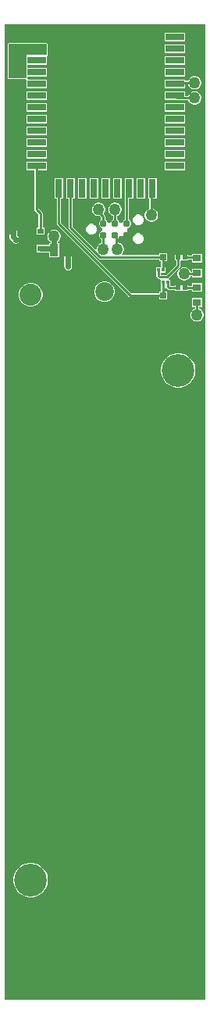
<source format=gtl>
G04*
G04 #@! TF.GenerationSoftware,Altium Limited,Altium Designer,24.5.2 (23)*
G04*
G04 Layer_Physical_Order=1*
G04 Layer_Color=255*
%FSLAX44Y44*%
%MOMM*%
G71*
G04*
G04 #@! TF.SameCoordinates,2FE71BF4-1BC5-4688-A169-50693282DBDC*
G04*
G04*
G04 #@! TF.FilePolarity,Positive*
G04*
G01*
G75*
%ADD12C,0.2540*%
%ADD17R,2.0000X0.8000*%
%ADD18R,0.8000X2.0000*%
%ADD19R,0.6500X0.7000*%
%ADD20R,0.3000X0.4500*%
%ADD21R,0.5153X0.4725*%
%ADD22R,0.9500X0.7700*%
%ADD23R,0.9500X1.3500*%
%ADD24R,0.7500X0.6000*%
%ADD25R,0.9000X0.7500*%
%ADD26R,0.3000X0.2700*%
%ADD35R,2.0200X2.0200*%
%ADD36C,2.0200*%
%ADD37C,3.5500*%
%ADD38C,2.3900*%
%ADD40C,0.7874*%
%ADD41C,0.6096*%
%ADD42C,0.1000*%
%ADD43C,0.4500*%
%ADD44C,1.2700*%
G36*
X473660Y256590D02*
X256590D01*
Y1313180D01*
X473660D01*
Y256590D01*
D02*
G37*
%LPC*%
G36*
X451719Y1304099D02*
X429941D01*
Y1294321D01*
X451719D01*
Y1304099D01*
D02*
G37*
G36*
Y1291399D02*
X429941D01*
Y1281621D01*
X451719D01*
Y1291399D01*
D02*
G37*
G36*
Y1278699D02*
X429941D01*
Y1268921D01*
X451719D01*
Y1278699D01*
D02*
G37*
G36*
Y1265999D02*
X429941D01*
Y1256221D01*
X451719D01*
Y1265999D01*
D02*
G37*
G36*
X463233Y1256919D02*
X461327D01*
X459486Y1256426D01*
X457835Y1255473D01*
X456487Y1254125D01*
X455534Y1252474D01*
X455376Y1251881D01*
X451719D01*
Y1253299D01*
X429941D01*
Y1243521D01*
X451719D01*
Y1247479D01*
X455376D01*
X455534Y1246886D01*
X456487Y1245235D01*
X457835Y1243887D01*
X459486Y1242934D01*
X461327Y1242441D01*
X463233D01*
X465074Y1242934D01*
X466725Y1243887D01*
X468073Y1245235D01*
X469026Y1246886D01*
X469519Y1248727D01*
Y1250633D01*
X469026Y1252474D01*
X468073Y1254125D01*
X466725Y1255473D01*
X465074Y1256426D01*
X463233Y1256919D01*
D02*
G37*
G36*
X302260Y1292552D02*
X260350D01*
X259670Y1292270D01*
X259388Y1291590D01*
Y1254760D01*
X259670Y1254080D01*
X260350Y1253798D01*
X278878D01*
X279941Y1253299D01*
X279941Y1252528D01*
Y1243521D01*
X301719D01*
Y1253299D01*
X281500D01*
X280824Y1254569D01*
X280903Y1254760D01*
Y1256221D01*
X301719D01*
Y1265999D01*
X280903D01*
Y1268921D01*
X301719D01*
Y1278699D01*
X302706Y1279382D01*
X302940Y1279480D01*
X303222Y1280160D01*
Y1291590D01*
X302940Y1292270D01*
X302260Y1292552D01*
D02*
G37*
G36*
X301719Y1240599D02*
X279941D01*
Y1230821D01*
X301719D01*
Y1240599D01*
D02*
G37*
G36*
X451719D02*
X429941D01*
Y1230821D01*
X451719D01*
Y1230969D01*
X455376D01*
X455534Y1230376D01*
X456487Y1228725D01*
X457835Y1227377D01*
X459486Y1226424D01*
X461327Y1225931D01*
X463233D01*
X465074Y1226424D01*
X466725Y1227377D01*
X468073Y1228725D01*
X469026Y1230376D01*
X469519Y1232217D01*
Y1234123D01*
X469026Y1235964D01*
X468073Y1237615D01*
X466725Y1238963D01*
X465074Y1239916D01*
X463233Y1240409D01*
X461327D01*
X459486Y1239916D01*
X457835Y1238963D01*
X456487Y1237615D01*
X455534Y1235964D01*
X455376Y1235371D01*
X451719D01*
Y1240599D01*
D02*
G37*
G36*
Y1227899D02*
X429941D01*
Y1218121D01*
X451719D01*
Y1227899D01*
D02*
G37*
G36*
X301719D02*
X279941D01*
Y1218121D01*
X301719D01*
Y1227899D01*
D02*
G37*
G36*
X451719Y1215199D02*
X429941D01*
Y1205421D01*
X451719D01*
Y1215199D01*
D02*
G37*
G36*
X301719D02*
X279941D01*
Y1205421D01*
X301719D01*
Y1215199D01*
D02*
G37*
G36*
X451719Y1202499D02*
X429941D01*
Y1192721D01*
X451719D01*
Y1202499D01*
D02*
G37*
G36*
X301719D02*
X279941D01*
Y1192721D01*
X301719D01*
Y1202499D01*
D02*
G37*
G36*
X451719Y1189799D02*
X429941D01*
Y1180021D01*
X451719D01*
Y1189799D01*
D02*
G37*
G36*
X301719D02*
X279941D01*
Y1180021D01*
X301719D01*
Y1189799D01*
D02*
G37*
G36*
X451719Y1177099D02*
X429941D01*
Y1167321D01*
X451719D01*
Y1177099D01*
D02*
G37*
G36*
X301719D02*
X279941D01*
Y1167321D01*
X301719D01*
Y1177099D01*
D02*
G37*
G36*
X451719Y1164399D02*
X429941D01*
Y1154621D01*
X451719D01*
Y1164399D01*
D02*
G37*
G36*
X408819Y1145999D02*
X399041D01*
Y1124221D01*
X408819D01*
Y1145999D01*
D02*
G37*
G36*
X383419D02*
X373641D01*
Y1124221D01*
X383419D01*
Y1145999D01*
D02*
G37*
G36*
X370719D02*
X360941D01*
Y1124221D01*
X370719D01*
Y1145999D01*
D02*
G37*
G36*
X358019D02*
X348241D01*
Y1124221D01*
X358019D01*
Y1145999D01*
D02*
G37*
G36*
X345319D02*
X335541D01*
Y1124221D01*
X345319D01*
Y1145999D01*
D02*
G37*
G36*
X421519D02*
X411741D01*
Y1124221D01*
X413089D01*
Y1113074D01*
X412496Y1112916D01*
X410845Y1111963D01*
X409497Y1110615D01*
X408544Y1108964D01*
X408051Y1107123D01*
Y1105217D01*
X408544Y1103376D01*
X409497Y1101725D01*
X410845Y1100377D01*
X412496Y1099424D01*
X414337Y1098931D01*
X416243D01*
X418084Y1099424D01*
X419735Y1100377D01*
X421083Y1101725D01*
X422036Y1103376D01*
X422529Y1105217D01*
Y1107123D01*
X422036Y1108964D01*
X421083Y1110615D01*
X419735Y1111963D01*
X418084Y1112916D01*
X417491Y1113074D01*
Y1124221D01*
X421519D01*
Y1145999D01*
D02*
G37*
G36*
X396119D02*
X386341D01*
Y1124221D01*
X386419D01*
Y1101592D01*
X385886Y1101371D01*
X384529Y1100014D01*
X383795Y1098242D01*
X380745D01*
X380011Y1100014D01*
X378654Y1101371D01*
X378121Y1101592D01*
Y1105615D01*
X378714Y1105774D01*
X380365Y1106727D01*
X381713Y1108075D01*
X382666Y1109726D01*
X383159Y1111567D01*
Y1113473D01*
X382666Y1115314D01*
X381713Y1116965D01*
X380365Y1118313D01*
X378714Y1119266D01*
X376873Y1119759D01*
X374967D01*
X373126Y1119266D01*
X371475Y1118313D01*
X370127Y1116965D01*
X369174Y1115314D01*
X368681Y1113473D01*
Y1111567D01*
X369174Y1109726D01*
X370127Y1108075D01*
X371475Y1106727D01*
X373126Y1105774D01*
X373719Y1105615D01*
Y1101592D01*
X373186Y1101371D01*
X371829Y1100014D01*
X371095Y1098242D01*
X368045D01*
X367311Y1100014D01*
X365954Y1101371D01*
X365085Y1101731D01*
Y1105027D01*
X364917Y1105869D01*
X364440Y1106583D01*
X363441Y1107583D01*
X363933Y1108075D01*
X364886Y1109726D01*
X365379Y1111567D01*
Y1113473D01*
X364886Y1115314D01*
X363933Y1116965D01*
X362585Y1118313D01*
X360934Y1119266D01*
X359093Y1119759D01*
X357187D01*
X355346Y1119266D01*
X353695Y1118313D01*
X352347Y1116965D01*
X351394Y1115314D01*
X350901Y1113473D01*
Y1111567D01*
X351394Y1109726D01*
X352347Y1108075D01*
X353695Y1106727D01*
X355346Y1105774D01*
X357187Y1105281D01*
X359093D01*
X359427Y1105370D01*
X360682Y1104115D01*
Y1101452D01*
X360486Y1101371D01*
X359129Y1100014D01*
X358394Y1098240D01*
Y1096320D01*
X359129Y1094546D01*
X360486Y1093189D01*
X362258Y1092455D01*
Y1089405D01*
X360486Y1088671D01*
X359129Y1087314D01*
X358394Y1085540D01*
Y1083620D01*
X359129Y1081846D01*
X360486Y1080489D01*
X361019Y1080268D01*
Y1076245D01*
X360426Y1076086D01*
X358775Y1075133D01*
X357427Y1073785D01*
X356474Y1072134D01*
X355981Y1070293D01*
Y1069455D01*
X354711Y1068929D01*
X329931Y1093708D01*
Y1124221D01*
X332619D01*
Y1145999D01*
X322841D01*
Y1124221D01*
X325529D01*
Y1092796D01*
X325696Y1091954D01*
X326174Y1091240D01*
X358190Y1059223D01*
X358904Y1058746D01*
X359747Y1058579D01*
X423851D01*
Y1056391D01*
X425789D01*
Y1051119D01*
X425379Y1050019D01*
X424331Y1050019D01*
X420601D01*
Y1043741D01*
X420789D01*
Y1040820D01*
X420956Y1039978D01*
X421433Y1039264D01*
X422921Y1037775D01*
X423635Y1037298D01*
X424478Y1037131D01*
X424584D01*
X425601Y1036519D01*
X425601Y1035861D01*
Y1030241D01*
X425789D01*
Y1023869D01*
X423851D01*
Y1021681D01*
X393672D01*
X317231Y1098122D01*
Y1124221D01*
X319919D01*
Y1145999D01*
X310141D01*
Y1124221D01*
X312829D01*
Y1097210D01*
X312996Y1096368D01*
X313473Y1095654D01*
X391203Y1017923D01*
X391918Y1017446D01*
X392760Y1017279D01*
X423851D01*
Y1015091D01*
X432129D01*
Y1023869D01*
X430191D01*
Y1026935D01*
X431342Y1027330D01*
X431461Y1027334D01*
X432921Y1025873D01*
X433635Y1025396D01*
X434478Y1025229D01*
X441059D01*
Y1024179D01*
X448310Y1024179D01*
X449260Y1024179D01*
X455561D01*
Y1025229D01*
X459181D01*
Y1023221D01*
X470459D01*
Y1032699D01*
X459181D01*
Y1029631D01*
X455561D01*
Y1030681D01*
X448310Y1030681D01*
X447360Y1030681D01*
X441059D01*
Y1029631D01*
X436396D01*
X435379Y1030241D01*
Y1036519D01*
X434207D01*
X433816Y1037731D01*
X433815Y1037789D01*
X446081Y1050054D01*
X446558Y1050769D01*
X446726Y1051611D01*
Y1056301D01*
X447624Y1057199D01*
X448310Y1057199D01*
X449260Y1057199D01*
X455561D01*
Y1058249D01*
X459181D01*
Y1054971D01*
X470459D01*
Y1064449D01*
X459181D01*
Y1062651D01*
X455561D01*
Y1063701D01*
X448310Y1063701D01*
X447360Y1063701D01*
X441059D01*
Y1057199D01*
X442323D01*
Y1052523D01*
X431334Y1041533D01*
X425764D01*
X425287Y1042601D01*
X425872Y1043741D01*
X426649Y1043741D01*
X430379D01*
Y1050019D01*
X430191D01*
Y1056391D01*
X432129D01*
Y1065169D01*
X423851D01*
Y1062981D01*
X384135D01*
X383609Y1064251D01*
X384253Y1064895D01*
X385206Y1066546D01*
X385699Y1068387D01*
Y1070293D01*
X385206Y1072134D01*
X384253Y1073785D01*
X382905Y1075133D01*
X381254Y1076086D01*
X379413Y1076579D01*
X379142D01*
Y1080977D01*
X380011Y1081846D01*
X380745Y1083618D01*
X384683D01*
X384983Y1083742D01*
X385294Y1083836D01*
X385317Y1083880D01*
X385363Y1083900D01*
X385488Y1084199D01*
X385641Y1084486D01*
X385702Y1085112D01*
X386162Y1086222D01*
X386978Y1087038D01*
X388088Y1087498D01*
X388714Y1087559D01*
X389001Y1087712D01*
X389300Y1087837D01*
X389320Y1087883D01*
X389364Y1087907D01*
X389458Y1088217D01*
X389582Y1088517D01*
Y1092455D01*
X391354Y1093189D01*
X392711Y1094546D01*
X393446Y1096320D01*
Y1098240D01*
X392711Y1100014D01*
X391354Y1101371D01*
X390821Y1101592D01*
Y1124221D01*
X396119D01*
Y1145999D01*
D02*
G37*
G36*
X402482Y1106932D02*
X400158D01*
X398011Y1106043D01*
X396367Y1104399D01*
X395478Y1102252D01*
Y1099928D01*
X396367Y1097781D01*
X398011Y1096137D01*
X400158Y1095248D01*
X402482D01*
X404629Y1096137D01*
X406273Y1097781D01*
X407162Y1099928D01*
Y1102252D01*
X406273Y1104399D01*
X404629Y1106043D01*
X402482Y1106932D01*
D02*
G37*
G36*
X301719Y1164399D02*
X279941D01*
Y1154621D01*
X288629D01*
Y1112350D01*
X288796Y1111508D01*
X289273Y1110794D01*
X292989Y1107078D01*
Y1092889D01*
X290551D01*
Y1085111D01*
X299829D01*
Y1092889D01*
X297391D01*
Y1107990D01*
X297224Y1108832D01*
X296747Y1109547D01*
X293031Y1113262D01*
Y1154621D01*
X301719D01*
Y1164399D01*
D02*
G37*
G36*
X351682Y1096772D02*
X349358D01*
X347211Y1095883D01*
X345567Y1094239D01*
X344678Y1092092D01*
Y1089768D01*
X345567Y1087621D01*
X347211Y1085977D01*
X349358Y1085088D01*
X351682D01*
X353829Y1085977D01*
X355473Y1087621D01*
X356362Y1089768D01*
Y1092092D01*
X355473Y1094239D01*
X353829Y1095883D01*
X351682Y1096772D01*
D02*
G37*
G36*
X264160Y1094944D02*
X262624Y1094639D01*
X261322Y1093768D01*
X260451Y1092466D01*
X260146Y1090930D01*
X260451Y1089394D01*
X261322Y1088092D01*
X261409Y1088004D01*
Y1082766D01*
X261715Y1081230D01*
X262585Y1079928D01*
X264224Y1078289D01*
X264279Y1078012D01*
X265150Y1076710D01*
X265198Y1076662D01*
X266500Y1075791D01*
X268036Y1075486D01*
X268690D01*
X270226Y1075791D01*
X271528Y1076662D01*
X272399Y1077964D01*
X272704Y1079500D01*
X272399Y1081036D01*
X271528Y1082338D01*
X271108Y1082620D01*
X270826Y1083040D01*
X269438Y1084429D01*
Y1089666D01*
X269132Y1091202D01*
X268262Y1092505D01*
X266998Y1093768D01*
X265696Y1094639D01*
X264160Y1094944D01*
D02*
G37*
G36*
X402482Y1086612D02*
X400158D01*
X398011Y1085723D01*
X396367Y1084079D01*
X395478Y1081932D01*
Y1079608D01*
X396367Y1077461D01*
X398011Y1075817D01*
X400158Y1074928D01*
X402482D01*
X404629Y1075817D01*
X406273Y1077461D01*
X407162Y1079608D01*
Y1081932D01*
X406273Y1084079D01*
X404629Y1085723D01*
X402482Y1086612D01*
D02*
G37*
G36*
X310833Y1090549D02*
X308927D01*
X307086Y1090056D01*
X305435Y1089103D01*
X304087Y1087755D01*
X303134Y1086104D01*
X302641Y1084263D01*
Y1082357D01*
X303134Y1080516D01*
X304087Y1078865D01*
X305435Y1077517D01*
X305866Y1077269D01*
Y1075709D01*
X304241D01*
Y1074014D01*
X295190D01*
X294561Y1073889D01*
X290551D01*
Y1066111D01*
X294561D01*
X295190Y1065986D01*
X304241D01*
Y1060431D01*
X315519D01*
Y1075709D01*
X313894D01*
Y1077269D01*
X314325Y1077517D01*
X315673Y1078865D01*
X316626Y1080516D01*
X317119Y1082357D01*
Y1084263D01*
X316626Y1086104D01*
X315673Y1087755D01*
X314325Y1089103D01*
X312674Y1090056D01*
X310833Y1090549D01*
D02*
G37*
G36*
X324880Y1072084D02*
X323344Y1071779D01*
X322042Y1070908D01*
X321171Y1069606D01*
X320866Y1068070D01*
X320986Y1067467D01*
Y1050410D01*
X321291Y1048874D01*
X322162Y1047572D01*
X322282Y1047452D01*
X323584Y1046581D01*
X325120Y1046276D01*
X326656Y1046581D01*
X327958Y1047452D01*
X328829Y1048754D01*
X329134Y1050290D01*
X329014Y1050893D01*
Y1067950D01*
X328709Y1069486D01*
X327838Y1070788D01*
X327718Y1070908D01*
X326416Y1071779D01*
X324880Y1072084D01*
D02*
G37*
G36*
X451803Y1049909D02*
X449897D01*
X448056Y1049416D01*
X446405Y1048463D01*
X445057Y1047115D01*
X444104Y1045464D01*
X443611Y1043623D01*
Y1041717D01*
X444104Y1039876D01*
X445057Y1038225D01*
X446405Y1036877D01*
X448056Y1035924D01*
X449897Y1035431D01*
X451803D01*
X453644Y1035924D01*
X455295Y1036877D01*
X456643Y1038225D01*
X457596Y1039876D01*
X457755Y1040469D01*
X459181D01*
Y1038671D01*
X470459D01*
Y1048149D01*
X459181D01*
Y1044871D01*
X457755D01*
X457596Y1045464D01*
X456643Y1047115D01*
X455295Y1048463D01*
X453644Y1049416D01*
X451803Y1049909D01*
D02*
G37*
G36*
X365927Y1034169D02*
X363033D01*
X360238Y1033420D01*
X357733Y1031973D01*
X355687Y1029927D01*
X354240Y1027422D01*
X353491Y1024627D01*
Y1021733D01*
X354240Y1018938D01*
X355687Y1016433D01*
X357733Y1014387D01*
X360238Y1012940D01*
X363033Y1012191D01*
X365927D01*
X368722Y1012940D01*
X371227Y1014387D01*
X373273Y1016433D01*
X374720Y1018938D01*
X375469Y1021733D01*
Y1024627D01*
X374720Y1027422D01*
X373273Y1029927D01*
X371227Y1031973D01*
X368722Y1033420D01*
X365927Y1034169D01*
D02*
G37*
G36*
X286170Y1032919D02*
X282790D01*
X279524Y1032044D01*
X276597Y1030354D01*
X274206Y1027963D01*
X272516Y1025036D01*
X271641Y1021770D01*
Y1018390D01*
X272516Y1015124D01*
X274206Y1012197D01*
X276597Y1009806D01*
X279524Y1008116D01*
X282790Y1007241D01*
X286170D01*
X289436Y1008116D01*
X292363Y1009806D01*
X294754Y1012197D01*
X296444Y1015124D01*
X297319Y1018390D01*
Y1021770D01*
X296444Y1025036D01*
X294754Y1027963D01*
X292363Y1030354D01*
X289436Y1032044D01*
X286170Y1032919D01*
D02*
G37*
G36*
X470459Y1016399D02*
X459181D01*
Y1006921D01*
X462619D01*
Y1005125D01*
X462026Y1004966D01*
X460375Y1004013D01*
X459027Y1002665D01*
X458074Y1001014D01*
X457581Y999173D01*
Y997267D01*
X458074Y995426D01*
X459027Y993775D01*
X460375Y992427D01*
X462026Y991474D01*
X463867Y990981D01*
X465773D01*
X467614Y991474D01*
X469265Y992427D01*
X470613Y993775D01*
X471566Y995426D01*
X472059Y997267D01*
Y999173D01*
X471566Y1001014D01*
X470613Y1002665D01*
X469265Y1004013D01*
X467614Y1004966D01*
X467021Y1005125D01*
Y1006921D01*
X470459D01*
Y1016399D01*
D02*
G37*
G36*
X446316Y956719D02*
X442644D01*
X439043Y956003D01*
X435651Y954598D01*
X432598Y952558D01*
X430002Y949962D01*
X427962Y946909D01*
X426557Y943517D01*
X425841Y939916D01*
Y936244D01*
X426557Y932643D01*
X427962Y929251D01*
X430002Y926198D01*
X432598Y923602D01*
X435651Y921562D01*
X439043Y920157D01*
X442644Y919441D01*
X446316D01*
X449917Y920157D01*
X453309Y921562D01*
X456362Y923602D01*
X458958Y926198D01*
X460998Y929251D01*
X462403Y932643D01*
X463119Y936244D01*
Y939916D01*
X462403Y943517D01*
X460998Y946909D01*
X458958Y949962D01*
X456362Y952558D01*
X453309Y954598D01*
X449917Y956003D01*
X446316Y956719D01*
D02*
G37*
G36*
X286316Y404719D02*
X282644D01*
X279043Y404003D01*
X275651Y402598D01*
X272598Y400558D01*
X270002Y397962D01*
X267962Y394909D01*
X266557Y391517D01*
X265841Y387916D01*
Y384244D01*
X266557Y380643D01*
X267962Y377251D01*
X270002Y374198D01*
X272598Y371602D01*
X275651Y369562D01*
X279043Y368157D01*
X282644Y367441D01*
X286316D01*
X289917Y368157D01*
X293309Y369562D01*
X296362Y371602D01*
X298958Y374198D01*
X300998Y377251D01*
X302403Y380643D01*
X303119Y384244D01*
Y387916D01*
X302403Y391517D01*
X300998Y394909D01*
X298958Y397962D01*
X296362Y400558D01*
X293309Y402598D01*
X289917Y404003D01*
X286316Y404719D01*
D02*
G37*
%LPD*%
G36*
X302260Y1280160D02*
X279941D01*
Y1278699D01*
Y1268921D01*
Y1265999D01*
Y1256221D01*
Y1254760D01*
X260350D01*
Y1291590D01*
X302260D01*
Y1280160D01*
D02*
G37*
D12*
X290830Y1112350D02*
X295190Y1107990D01*
X290830Y1112350D02*
Y1159510D01*
X315030Y1097210D02*
Y1135110D01*
X327730Y1092796D02*
Y1135110D01*
Y1092796D02*
X359747Y1060780D01*
X427990D01*
X440830Y1235710D02*
X443370Y1233170D01*
X462280D01*
X440830Y1248410D02*
X442100Y1249680D01*
X462280D01*
X375920Y1097280D02*
Y1112520D01*
X358140Y1109771D02*
Y1112520D01*
X362884Y1097616D02*
X363220Y1097280D01*
X362884Y1097616D02*
Y1105027D01*
X358140Y1109771D02*
X362884Y1105027D01*
X388620Y1097280D02*
Y1132500D01*
X391230Y1135110D01*
X415290Y1106170D02*
Y1125220D01*
X376941Y1070859D02*
X378460Y1069340D01*
X375920Y1084580D02*
X376941Y1083559D01*
Y1070859D02*
Y1083559D01*
X434478Y1027430D02*
X444524D01*
X432990Y1028918D02*
X434478Y1027430D01*
X432990Y1028918D02*
Y1033380D01*
X392760Y1019480D02*
X427990D01*
X315030Y1097210D02*
X392760Y1019480D01*
X363220Y1069340D02*
Y1084580D01*
X464080Y1042670D02*
X464820Y1043410D01*
X450850Y1042670D02*
X464080D01*
X464820Y998220D02*
Y1011660D01*
X444524Y1051611D02*
Y1060450D01*
X432245Y1039332D02*
X444524Y1051611D01*
X424478Y1039332D02*
X432245D01*
X422990Y1040820D02*
X424478Y1039332D01*
X422990Y1040820D02*
Y1046880D01*
X452096Y1027430D02*
X464290D01*
X464820Y1027960D01*
X427990Y1019480D02*
Y1033380D01*
X427990Y1033380D01*
X427990Y1046880D02*
Y1060780D01*
Y1046880D02*
X427990Y1046880D01*
X452096Y1060450D02*
X464080D01*
X464820Y1059710D01*
X295190Y1089000D02*
Y1107990D01*
D17*
X290830Y1299210D02*
D03*
Y1286510D02*
D03*
Y1273810D02*
D03*
Y1261110D02*
D03*
Y1248410D02*
D03*
Y1235710D02*
D03*
Y1223010D02*
D03*
Y1210310D02*
D03*
Y1197610D02*
D03*
Y1184910D02*
D03*
Y1172210D02*
D03*
Y1159510D02*
D03*
X440830D02*
D03*
Y1172210D02*
D03*
Y1184910D02*
D03*
Y1197610D02*
D03*
Y1210310D02*
D03*
Y1223010D02*
D03*
Y1235710D02*
D03*
Y1248410D02*
D03*
Y1261110D02*
D03*
Y1273810D02*
D03*
Y1286510D02*
D03*
Y1299210D02*
D03*
D18*
X315030Y1135110D02*
D03*
X327730D02*
D03*
X340430D02*
D03*
X353130D02*
D03*
X365830D02*
D03*
X378530D02*
D03*
X391230D02*
D03*
X403930D02*
D03*
X416630D02*
D03*
D19*
X427990Y1070280D02*
D03*
Y1060780D02*
D03*
Y1009980D02*
D03*
Y1019480D02*
D03*
D20*
X432990Y1046880D02*
D03*
X427990D02*
D03*
X422990D02*
D03*
Y1033380D02*
D03*
X427990D02*
D03*
X432990D02*
D03*
D21*
X444524Y1060450D02*
D03*
X452096D02*
D03*
X444524Y1027430D02*
D03*
X452096D02*
D03*
D22*
X464820Y1059710D02*
D03*
Y1043410D02*
D03*
Y1027960D02*
D03*
Y1011660D02*
D03*
D23*
X324880Y1068070D02*
D03*
X309880D02*
D03*
D24*
X268690Y1079500D02*
D03*
X295190Y1089000D02*
D03*
Y1070000D02*
D03*
D25*
X267970Y1299470D02*
D03*
Y1283970D02*
D03*
D26*
Y1257610D02*
D03*
Y1251910D02*
D03*
D35*
X364480Y300980D02*
D03*
D36*
Y1023180D02*
D03*
D37*
X444480Y938080D02*
D03*
X284480Y386080D02*
D03*
D38*
Y1020080D02*
D03*
D40*
X388620Y1084580D02*
D03*
X375920D02*
D03*
X363220D02*
D03*
X388620Y1097280D02*
D03*
X363220D02*
D03*
X375920D02*
D03*
D41*
X324880Y1068070D02*
X325000Y1067950D01*
Y1050410D02*
X325120Y1050290D01*
X325000Y1050410D02*
Y1067950D01*
X267988Y1079548D02*
Y1080202D01*
X265424Y1082766D02*
Y1089666D01*
X268036Y1079500D02*
X268690D01*
X267988Y1079548D02*
X268036Y1079500D01*
X265424Y1082766D02*
X267988Y1080202D01*
X264160Y1090930D02*
X265424Y1089666D01*
X309880Y1068298D02*
Y1083310D01*
Y1068070D02*
Y1068298D01*
X295190Y1070000D02*
X308178D01*
X309880Y1068298D01*
D42*
X401320Y1101090D02*
D03*
Y1080770D02*
D03*
X350520Y1090930D02*
D03*
D43*
X457200Y1295400D02*
D03*
X469900Y1270000D02*
D03*
Y1219200D02*
D03*
X457200Y1193800D02*
D03*
X469900Y1168400D02*
D03*
X457200Y1143000D02*
D03*
X469900Y1117600D02*
D03*
X457200Y1092200D02*
D03*
X469900Y1066800D02*
D03*
X457200Y990600D02*
D03*
X469900Y965200D02*
D03*
Y914400D02*
D03*
X457200Y889000D02*
D03*
X469900Y863600D02*
D03*
X457200Y838200D02*
D03*
X469900Y812800D02*
D03*
X457200Y787400D02*
D03*
X469900Y762000D02*
D03*
X457200Y736600D02*
D03*
X469900Y711200D02*
D03*
X457200Y685800D02*
D03*
X469900Y660400D02*
D03*
X457200Y635000D02*
D03*
X469900Y609600D02*
D03*
X457200Y584200D02*
D03*
X469900Y558800D02*
D03*
X457200Y533400D02*
D03*
X469900Y508000D02*
D03*
X457200Y482600D02*
D03*
X469900Y457200D02*
D03*
X457200Y431800D02*
D03*
X469900Y406400D02*
D03*
X457200Y381000D02*
D03*
X469900Y355600D02*
D03*
X457200Y330200D02*
D03*
X469900Y304800D02*
D03*
X457200Y279400D02*
D03*
X444500Y1117600D02*
D03*
X431800Y1092200D02*
D03*
X444500Y1066800D02*
D03*
Y1016000D02*
D03*
X431800Y990600D02*
D03*
X444500Y965200D02*
D03*
Y914400D02*
D03*
X431800Y889000D02*
D03*
X444500Y863600D02*
D03*
X431800Y838200D02*
D03*
X444500Y812800D02*
D03*
X431800Y787400D02*
D03*
X444500Y762000D02*
D03*
X431800Y736600D02*
D03*
X444500Y711200D02*
D03*
X431800Y685800D02*
D03*
X444500Y660400D02*
D03*
X431800Y635000D02*
D03*
X444500Y609600D02*
D03*
X431800Y584200D02*
D03*
X444500Y558800D02*
D03*
X431800Y533400D02*
D03*
X444500Y508000D02*
D03*
X431800Y482600D02*
D03*
X444500Y457200D02*
D03*
X431800Y431800D02*
D03*
X444500Y406400D02*
D03*
X431800Y381000D02*
D03*
X444500Y355600D02*
D03*
X431800Y330200D02*
D03*
X444500Y304800D02*
D03*
X431800Y279400D02*
D03*
X406400Y1295400D02*
D03*
X419100Y1270000D02*
D03*
X406400Y1244600D02*
D03*
X419100Y1219200D02*
D03*
X406400Y1193800D02*
D03*
X419100Y1168400D02*
D03*
X406400Y1092200D02*
D03*
X419100Y1066800D02*
D03*
X406400Y1041400D02*
D03*
Y990600D02*
D03*
X419100Y965200D02*
D03*
X406400Y939800D02*
D03*
X419100Y914400D02*
D03*
X406400Y889000D02*
D03*
X419100Y863600D02*
D03*
X406400Y838200D02*
D03*
X419100Y812800D02*
D03*
X406400Y787400D02*
D03*
X419100Y762000D02*
D03*
X406400Y736600D02*
D03*
X419100Y711200D02*
D03*
X406400Y685800D02*
D03*
X419100Y660400D02*
D03*
X406400Y635000D02*
D03*
X419100Y609600D02*
D03*
X406400Y584200D02*
D03*
X419100Y558800D02*
D03*
X406400Y533400D02*
D03*
X419100Y508000D02*
D03*
X406400Y482600D02*
D03*
X419100Y457200D02*
D03*
X406400Y431800D02*
D03*
X419100Y406400D02*
D03*
X406400Y381000D02*
D03*
X419100Y355600D02*
D03*
X406400Y330200D02*
D03*
X419100Y304800D02*
D03*
X406400Y279400D02*
D03*
X381000Y1295400D02*
D03*
X393700Y1270000D02*
D03*
X381000Y1244600D02*
D03*
X393700Y1219200D02*
D03*
X381000Y1193800D02*
D03*
X393700Y1168400D02*
D03*
Y1117600D02*
D03*
X381000Y1041400D02*
D03*
Y990600D02*
D03*
X393700Y965200D02*
D03*
X381000Y939800D02*
D03*
X393700Y914400D02*
D03*
X381000Y889000D02*
D03*
X393700Y863600D02*
D03*
X381000Y838200D02*
D03*
X393700Y812800D02*
D03*
X381000Y787400D02*
D03*
X393700Y762000D02*
D03*
X381000Y736600D02*
D03*
X393700Y711200D02*
D03*
X381000Y685800D02*
D03*
X393700Y660400D02*
D03*
X381000Y635000D02*
D03*
X393700Y609600D02*
D03*
X381000Y584200D02*
D03*
X393700Y558800D02*
D03*
X381000Y533400D02*
D03*
X393700Y508000D02*
D03*
X381000Y482600D02*
D03*
X393700Y457200D02*
D03*
X381000Y431800D02*
D03*
X393700Y406400D02*
D03*
X381000Y381000D02*
D03*
X393700Y355600D02*
D03*
X381000Y330200D02*
D03*
X393700Y304800D02*
D03*
X381000Y279400D02*
D03*
X355600Y1295400D02*
D03*
X368300Y1270000D02*
D03*
X355600Y1244600D02*
D03*
X368300Y1219200D02*
D03*
X355600Y1193800D02*
D03*
X368300Y1168400D02*
D03*
X355600Y1041400D02*
D03*
Y990600D02*
D03*
X368300Y965200D02*
D03*
X355600Y939800D02*
D03*
X368300Y914400D02*
D03*
X355600Y889000D02*
D03*
X368300Y863600D02*
D03*
X355600Y838200D02*
D03*
X368300Y812800D02*
D03*
X355600Y787400D02*
D03*
X368300Y762000D02*
D03*
X355600Y736600D02*
D03*
X368300Y711200D02*
D03*
X355600Y685800D02*
D03*
X368300Y660400D02*
D03*
X355600Y635000D02*
D03*
X368300Y609600D02*
D03*
X355600Y584200D02*
D03*
X368300Y558800D02*
D03*
X355600Y533400D02*
D03*
X368300Y508000D02*
D03*
X355600Y482600D02*
D03*
X368300Y457200D02*
D03*
X355600Y431800D02*
D03*
X368300Y406400D02*
D03*
X355600Y381000D02*
D03*
X368300Y355600D02*
D03*
X355600Y330200D02*
D03*
Y279400D02*
D03*
X330200Y1295400D02*
D03*
X342900Y1270000D02*
D03*
X330200Y1244600D02*
D03*
X342900Y1219200D02*
D03*
X330200Y1193800D02*
D03*
X342900Y1168400D02*
D03*
Y1117600D02*
D03*
X330200Y1041400D02*
D03*
X342900Y1016000D02*
D03*
X330200Y990600D02*
D03*
X342900Y965200D02*
D03*
X330200Y939800D02*
D03*
X342900Y914400D02*
D03*
X330200Y889000D02*
D03*
X342900Y863600D02*
D03*
X330200Y838200D02*
D03*
X342900Y812800D02*
D03*
X330200Y787400D02*
D03*
X342900Y762000D02*
D03*
X330200Y736600D02*
D03*
X342900Y711200D02*
D03*
X330200Y685800D02*
D03*
X342900Y660400D02*
D03*
X330200Y635000D02*
D03*
X342900Y609600D02*
D03*
X330200Y584200D02*
D03*
X342900Y558800D02*
D03*
X330200Y533400D02*
D03*
X342900Y508000D02*
D03*
X330200Y482600D02*
D03*
X342900Y457200D02*
D03*
X330200Y431800D02*
D03*
X342900Y406400D02*
D03*
X330200Y381000D02*
D03*
X342900Y355600D02*
D03*
X330200Y330200D02*
D03*
X342900Y304800D02*
D03*
X330200Y279400D02*
D03*
X304800Y1295400D02*
D03*
X317500Y1270000D02*
D03*
X304800Y1244600D02*
D03*
X317500Y1219200D02*
D03*
X304800Y1193800D02*
D03*
X317500Y1168400D02*
D03*
X304800Y1143000D02*
D03*
Y1092200D02*
D03*
Y1041400D02*
D03*
X317500Y1016000D02*
D03*
X304800Y990600D02*
D03*
X317500Y965200D02*
D03*
X304800Y939800D02*
D03*
X317500Y914400D02*
D03*
X304800Y889000D02*
D03*
X317500Y863600D02*
D03*
X304800Y838200D02*
D03*
X317500Y812800D02*
D03*
X304800Y787400D02*
D03*
X317500Y762000D02*
D03*
X304800Y736600D02*
D03*
X317500Y711200D02*
D03*
X304800Y685800D02*
D03*
X317500Y660400D02*
D03*
X304800Y635000D02*
D03*
X317500Y609600D02*
D03*
X304800Y584200D02*
D03*
X317500Y558800D02*
D03*
X304800Y533400D02*
D03*
X317500Y508000D02*
D03*
X304800Y482600D02*
D03*
X317500Y457200D02*
D03*
X304800Y431800D02*
D03*
X317500Y406400D02*
D03*
X304800Y381000D02*
D03*
X317500Y355600D02*
D03*
X304800Y330200D02*
D03*
X317500Y304800D02*
D03*
X304800Y279400D02*
D03*
X279400Y1143000D02*
D03*
Y1092200D02*
D03*
Y1041400D02*
D03*
Y990600D02*
D03*
X292100Y965200D02*
D03*
X279400Y939800D02*
D03*
X292100Y914400D02*
D03*
X279400Y889000D02*
D03*
X292100Y863600D02*
D03*
X279400Y838200D02*
D03*
X292100Y812800D02*
D03*
X279400Y787400D02*
D03*
X292100Y762000D02*
D03*
X279400Y736600D02*
D03*
X292100Y711200D02*
D03*
X279400Y685800D02*
D03*
X292100Y660400D02*
D03*
X279400Y635000D02*
D03*
X292100Y609600D02*
D03*
X279400Y584200D02*
D03*
X292100Y558800D02*
D03*
X279400Y533400D02*
D03*
X292100Y508000D02*
D03*
X279400Y482600D02*
D03*
X292100Y457200D02*
D03*
X279400Y431800D02*
D03*
X292100Y406400D02*
D03*
Y355600D02*
D03*
X279400Y330200D02*
D03*
X292100Y304800D02*
D03*
X279400Y279400D02*
D03*
X325120Y1050290D02*
D03*
D44*
X276860Y1306830D02*
D03*
X415290Y1106170D02*
D03*
X462280Y1233170D02*
D03*
X375920Y1112520D02*
D03*
X358140D02*
D03*
X462280Y1249680D02*
D03*
X378460Y1069340D02*
D03*
X363220D02*
D03*
X267970Y1270000D02*
D03*
X464820Y998220D02*
D03*
X450850Y1042670D02*
D03*
X264160Y1090930D02*
D03*
X309880Y1083310D02*
D03*
M02*

</source>
